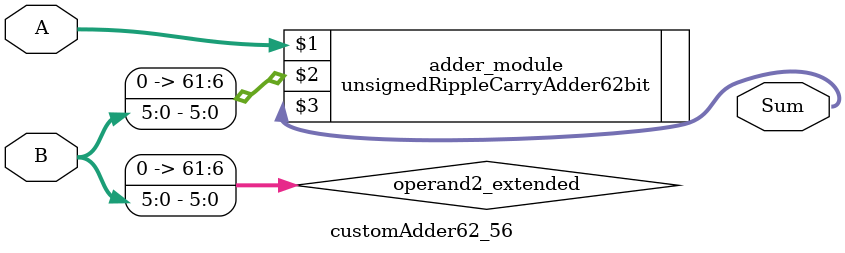
<source format=v>
module customAdder62_56(
                        input [61 : 0] A,
                        input [5 : 0] B,
                        
                        output [62 : 0] Sum
                );

        wire [61 : 0] operand2_extended;
        
        assign operand2_extended =  {56'b0, B};
        
        unsignedRippleCarryAdder62bit adder_module(
            A,
            operand2_extended,
            Sum
        );
        
        endmodule
        
</source>
